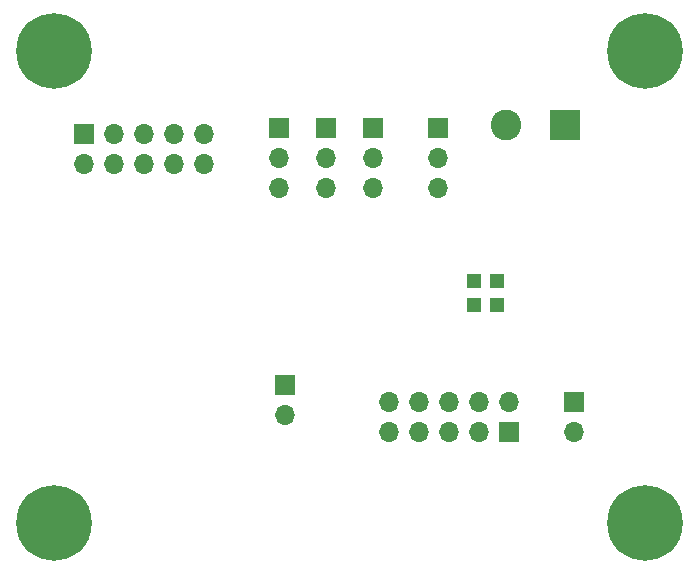
<source format=gbr>
%TF.GenerationSoftware,KiCad,Pcbnew,(5.1.10)-1*%
%TF.CreationDate,2021-08-23T16:31:20+01:00*%
%TF.ProjectId,Abhoinn_IoT_V3,4162686f-696e-46e5-9f49-6f545f56332e,rev?*%
%TF.SameCoordinates,Original*%
%TF.FileFunction,Soldermask,Bot*%
%TF.FilePolarity,Negative*%
%FSLAX46Y46*%
G04 Gerber Fmt 4.6, Leading zero omitted, Abs format (unit mm)*
G04 Created by KiCad (PCBNEW (5.1.10)-1) date 2021-08-23 16:31:20*
%MOMM*%
%LPD*%
G01*
G04 APERTURE LIST*
%ADD10O,1.700000X1.700000*%
%ADD11R,1.700000X1.700000*%
%ADD12C,2.600000*%
%ADD13R,2.600000X2.600000*%
%ADD14R,1.300000X1.300000*%
%ADD15C,0.800000*%
%ADD16C,6.400000*%
G04 APERTURE END LIST*
D10*
%TO.C,J3*%
X148340000Y-89710000D03*
X148340000Y-92250000D03*
X150880000Y-89710000D03*
X150880000Y-92250000D03*
X153420000Y-89710000D03*
X153420000Y-92250000D03*
X155960000Y-89710000D03*
X155960000Y-92250000D03*
X158500000Y-89710000D03*
D11*
X158500000Y-92250000D03*
%TD*%
D10*
%TO.C,JP4*%
X152500000Y-71580000D03*
X152500000Y-69040000D03*
D11*
X152500000Y-66500000D03*
%TD*%
D10*
%TO.C,JP3*%
X147000000Y-71580000D03*
X147000000Y-69040000D03*
D11*
X147000000Y-66500000D03*
%TD*%
D10*
%TO.C,JP2*%
X139000000Y-71580000D03*
X139000000Y-69040000D03*
D11*
X139000000Y-66500000D03*
%TD*%
D10*
%TO.C,JP1*%
X143000000Y-71580000D03*
X143000000Y-69040000D03*
D11*
X143000000Y-66500000D03*
%TD*%
D10*
%TO.C,J2*%
X139500000Y-90790000D03*
D11*
X139500000Y-88250000D03*
%TD*%
D10*
%TO.C,J1*%
X164000000Y-92290000D03*
D11*
X164000000Y-89750000D03*
%TD*%
D10*
%TO.C,J4*%
X132660000Y-69540000D03*
X132660000Y-67000000D03*
X130120000Y-69540000D03*
X130120000Y-67000000D03*
X127580000Y-69540000D03*
X127580000Y-67000000D03*
X125040000Y-69540000D03*
X125040000Y-67000000D03*
X122500000Y-69540000D03*
D11*
X122500000Y-67000000D03*
%TD*%
D12*
%TO.C,J6*%
X158250000Y-66250000D03*
D13*
X163250000Y-66250000D03*
%TD*%
D14*
%TO.C,IC2*%
X155500000Y-79500000D03*
X155500000Y-81500000D03*
X157500000Y-81500000D03*
X157500000Y-79500000D03*
%TD*%
D15*
%TO.C,H4*%
X121697056Y-58302944D03*
X120000000Y-57600000D03*
X118302944Y-58302944D03*
X117600000Y-60000000D03*
X118302944Y-61697056D03*
X120000000Y-62400000D03*
X121697056Y-61697056D03*
X122400000Y-60000000D03*
D16*
X120000000Y-60000000D03*
%TD*%
D15*
%TO.C,H3*%
X121697056Y-98302944D03*
X120000000Y-97600000D03*
X118302944Y-98302944D03*
X117600000Y-100000000D03*
X118302944Y-101697056D03*
X120000000Y-102400000D03*
X121697056Y-101697056D03*
X122400000Y-100000000D03*
D16*
X120000000Y-100000000D03*
%TD*%
D15*
%TO.C,H2*%
X171697056Y-98302944D03*
X170000000Y-97600000D03*
X168302944Y-98302944D03*
X167600000Y-100000000D03*
X168302944Y-101697056D03*
X170000000Y-102400000D03*
X171697056Y-101697056D03*
X172400000Y-100000000D03*
D16*
X170000000Y-100000000D03*
%TD*%
D15*
%TO.C,H1*%
X171697056Y-58302944D03*
X170000000Y-57600000D03*
X168302944Y-58302944D03*
X167600000Y-60000000D03*
X168302944Y-61697056D03*
X170000000Y-62400000D03*
X171697056Y-61697056D03*
X172400000Y-60000000D03*
D16*
X170000000Y-60000000D03*
%TD*%
M02*

</source>
